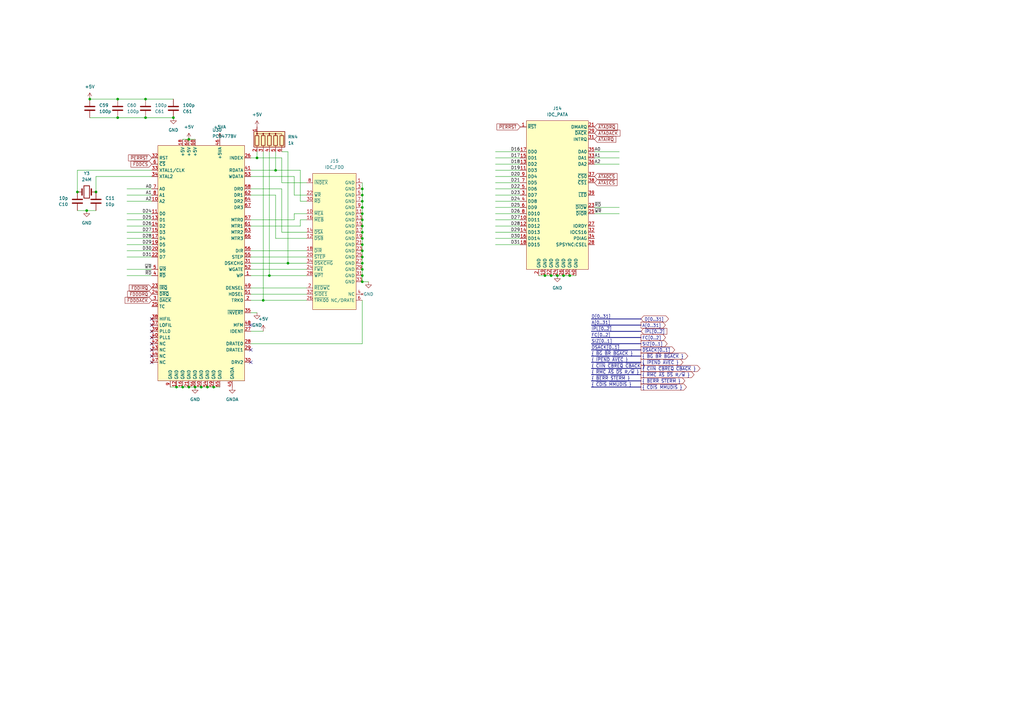
<source format=kicad_sch>
(kicad_sch (version 20230121) (generator eeschema)
  (paper "A3")
  (lib_symbols
    (symbol "Device:C" (pin_numbers hide) (pin_names (offset 0.254))
      (property "Reference" "C" (at 0.635 2.54 0))
      (property "Value" "C" (at 0.635 -2.54 0))
      (symbol "C_0_1"
        (polyline (pts (xy -2.032 -0.762) (xy 2.032 -0.762)) (stroke (width 0.508)))
        (polyline (pts (xy -2.032 0.762) (xy 2.032 0.762)) (stroke (width 0.508)))
      )
      (symbol "C_1_1"
        (pin passive line (at 0 3.81 270) (length 2.794) (name "~") (number "1"))
        (pin passive line (at 0 -3.81 90) (length 2.794) (name "~") (number "2"))
      )
    )
    (symbol "Device:Crystal" (pin_numbers hide) (pin_names (offset 1.016) hide)
      (property "Reference" "Y" (at 0 3.81 0))
      (property "Value" "Crystal" (at 0 -3.81 0))
      (symbol "Crystal_0_1"
        (rectangle (start -1.143 2.54) (end 1.143 -2.54) (stroke (width 0.3048)))
        (polyline (pts (xy -2.54 0) (xy -1.905 0)))
        (polyline (pts (xy -1.905 -1.27) (xy -1.905 1.27)) (stroke (width 0.508)))
        (polyline (pts (xy 1.905 -1.27) (xy 1.905 1.27)) (stroke (width 0.508)))
        (polyline (pts (xy 2.54 0) (xy 1.905 0)))
      )
      (symbol "Crystal_1_1"
        (pin passive line (at -3.81 0 0) (length 1.27) (name "1") (number "1"))
        (pin passive line (at 3.81 0 180) (length 1.27) (name "2") (number "2"))
      )
    )
    (symbol "Device:R_Network05" (pin_names (offset 0) hide)
      (property "Reference" "RN" (at -7.62 0 90))
      (property "Value" "R_Network05" (at 7.62 0 90))
      (symbol "R_Network05_0_1"
        (rectangle (start -6.35 -3.175) (end 6.35 3.175) (stroke (width 0.254)) (fill (type background)))
        (rectangle (start -5.842 1.524) (end -4.318 -2.54) (stroke (width 0.254)))
        (circle (center -5.08 2.286) (radius 0.254) (fill (type outline)))
        (rectangle (start -3.302 1.524) (end -1.778 -2.54) (stroke (width 0.254)))
        (circle (center -2.54 2.286) (radius 0.254) (fill (type outline)))
        (rectangle (start -0.762 1.524) (end 0.762 -2.54) (stroke (width 0.254)))
        (polyline (pts (xy -5.08 -2.54) (xy -5.08 -3.81)))
        (polyline (pts (xy -2.54 -2.54) (xy -2.54 -3.81)))
        (polyline (pts (xy 0 -2.54) (xy 0 -3.81)))
        (polyline (pts (xy 2.54 -2.54) (xy 2.54 -3.81)))
        (polyline (pts (xy 5.08 -2.54) (xy 5.08 -3.81)))
        (polyline (pts (xy -5.08 1.524) (xy -5.08 2.286) (xy -2.54 2.286) (xy -2.54 1.524)))
        (polyline (pts (xy -2.54 1.524) (xy -2.54 2.286) (xy 0 2.286) (xy 0 1.524)))
        (polyline (pts (xy 0 1.524) (xy 0 2.286) (xy 2.54 2.286) (xy 2.54 1.524)))
        (polyline (pts (xy 2.54 1.524) (xy 2.54 2.286) (xy 5.08 2.286) (xy 5.08 1.524)))
        (circle (center 0 2.286) (radius 0.254) (fill (type outline)))
        (rectangle (start 1.778 1.524) (end 3.302 -2.54) (stroke (width 0.254)))
        (circle (center 2.54 2.286) (radius 0.254) (fill (type outline)))
        (rectangle (start 4.318 1.524) (end 5.842 -2.54) (stroke (width 0.254)))
      )
      (symbol "R_Network05_1_1"
        (pin passive line (at -5.08 5.08 270) (length 2.54) (name "common") (number "1"))
        (pin passive line (at -5.08 -5.08 90) (length 1.27) (name "R1") (number "2"))
        (pin passive line (at -2.54 -5.08 90) (length 1.27) (name "R2") (number "3"))
        (pin passive line (at 0 -5.08 90) (length 1.27) (name "R3") (number "4"))
        (pin passive line (at 2.54 -5.08 90) (length 1.27) (name "R4") (number "5"))
        (pin passive line (at 5.08 -5.08 90) (length 1.27) (name "R5") (number "6"))
      )
    )
    (symbol "IDC_SpecialPurpose:IDC_FDD"
      (property "Reference" "J" (at 0 31.75 0))
      (property "Value" "IDC_FDD" (at 0 29.21 0))
      (symbol "IDC_FDD_1_1"
        (rectangle (start -8.89 27.94) (end 8.89 -27.94) (fill (type background)))
        (pin power_in line (at 11.43 24.13 180) (length 2.54) (name "GND") (number "1"))
        (pin input line (at -11.43 11.43 0) (length 2.54) (name "~{MEA}") (number "10"))
        (pin power_in line (at 11.43 11.43 180) (length 2.54) (name "GND") (number "11"))
        (pin input line (at -11.43 1.27 0) (length 2.54) (name "~{DSB}") (number "12"))
        (pin power_in line (at 11.43 8.89 180) (length 2.54) (name "GND") (number "13"))
        (pin input line (at -11.43 3.81 0) (length 2.54) (name "~{DSA}") (number "14"))
        (pin power_in line (at 11.43 6.35 180) (length 2.54) (name "GND") (number "15"))
        (pin input line (at -11.43 8.89 0) (length 2.54) (name "~{MEB}") (number "16"))
        (pin power_in line (at 11.43 3.81 180) (length 2.54) (name "GND") (number "17"))
        (pin input line (at -11.43 -3.81 0) (length 2.54) (name "~{DIR}") (number "18"))
        (pin power_in line (at 11.43 1.27 180) (length 2.54) (name "GND") (number "19"))
        (pin output line (at -11.43 -19.05 0) (length 2.54) (name "~{REDWC}") (number "2"))
        (pin input line (at -11.43 -6.35 0) (length 2.54) (name "~{STEP}") (number "20"))
        (pin power_in line (at 11.43 -1.27 180) (length 2.54) (name "GND") (number "21"))
        (pin input line (at -11.43 19.05 0) (length 2.54) (name "~{WR}") (number "22"))
        (pin power_in line (at 11.43 -3.81 180) (length 2.54) (name "GND") (number "23"))
        (pin input line (at -11.43 -11.43 0) (length 2.54) (name "~{FWE}") (number "24"))
        (pin power_in line (at 11.43 -6.35 180) (length 2.54) (name "GND") (number "25"))
        (pin output line (at -11.43 -24.13 0) (length 2.54) (name "~{TRK00}") (number "26"))
        (pin power_in line (at 11.43 -8.89 180) (length 2.54) (name "GND") (number "27"))
        (pin output line (at -11.43 -13.97 0) (length 2.54) (name "~{WPT}") (number "28"))
        (pin power_in line (at 11.43 -11.43 180) (length 2.54) (name "GND") (number "29"))
        (pin power_in line (at 11.43 21.59 180) (length 2.54) (name "GND") (number "3"))
        (pin output line (at -11.43 16.51 0) (length 2.54) (name "~{RD}") (number "30"))
        (pin power_in line (at 11.43 -13.97 180) (length 2.54) (name "GND") (number "31"))
        (pin input line (at -11.43 -21.59 0) (length 2.54) (name "~{SIDE1}") (number "32"))
        (pin power_in line (at 11.43 -16.51 180) (length 2.54) (name "GND") (number "33"))
        (pin output line (at -11.43 -8.89 0) (length 2.54) (name "~{DSKCHG}") (number "34"))
        (pin no_connect line (at 11.43 -21.59 180) (length 2.54) (name "NC") (number "4"))
        (pin power_in line (at 11.43 19.05 180) (length 2.54) (name "GND") (number "5"))
        (pin output line (at 11.43 -24.13 180) (length 2.54) (name "NC/DRATE") (number "6"))
        (pin power_in line (at 11.43 16.51 180) (length 2.54) (name "GND") (number "7"))
        (pin output line (at -11.43 24.13 0) (length 2.54) (name "~{INDEX}") (number "8"))
        (pin power_in line (at 11.43 13.97 180) (length 2.54) (name "GND") (number "9"))
      )
    )
    (symbol "IDC_SpecialPurpose:IDC_PATA"
      (property "Reference" "J" (at 0 31.75 0))
      (property "Value" "IDC_PATA" (at 0 0 0))
      (symbol "IDC_PATA_1_1"
        (rectangle (start -12.7 30.48) (end 12.7 -30.48) (fill (type background)))
        (pin bidirectional line (at -15.24 27.94 0) (length 2.54) (name "~{RST}") (number "1"))
        (pin bidirectional line (at -15.24 -10.16 0) (length 2.54) (name "DD11") (number "10"))
        (pin bidirectional line (at -15.24 10.16 0) (length 2.54) (name "DD3") (number "11"))
        (pin bidirectional line (at -15.24 -12.7 0) (length 2.54) (name "DD12") (number "12"))
        (pin bidirectional line (at -15.24 12.7 0) (length 2.54) (name "DD2") (number "13"))
        (pin bidirectional line (at -15.24 -15.24 0) (length 2.54) (name "DD13") (number "14"))
        (pin bidirectional line (at -15.24 15.24 0) (length 2.54) (name "DD1") (number "15"))
        (pin bidirectional line (at -15.24 -17.78 0) (length 2.54) (name "DD14") (number "16"))
        (pin bidirectional line (at -15.24 17.78 0) (length 2.54) (name "DD0") (number "17"))
        (pin bidirectional line (at -15.24 -20.32 0) (length 2.54) (name "DD15") (number "18"))
        (pin power_in line (at -5.08 -33.02 90) (length 2.54) (name "GND") (number "19"))
        (pin power_in line (at -7.62 -33.02 90) (length 2.54) (name "GND") (number "2"))
        (pin output line (at 15.24 27.94 180) (length 2.54) (name "DMARQ") (number "21"))
        (pin power_in line (at -2.54 -33.02 90) (length 2.54) (name "GND") (number "22"))
        (pin input line (at 15.24 -5.08 180) (length 2.54) (name "~{DIOW}") (number "23"))
        (pin power_in line (at 0 -33.02 90) (length 2.54) (name "GND") (number "24"))
        (pin input line (at 15.24 -7.62 180) (length 2.54) (name "~{DIOR}") (number "25"))
        (pin power_in line (at 2.54 -33.02 90) (length 2.54) (name "GND") (number "26"))
        (pin output line (at 15.24 -12.7 180) (length 2.54) (name "IORDY") (number "27"))
        (pin output line (at 15.24 -20.32 180) (length 2.54) (name "SPSYNC:CSEL") (number "28"))
        (pin output line (at 15.24 25.4 180) (length 2.54) (name "~{DACK}") (number "29"))
        (pin bidirectional line (at -15.24 0 0) (length 2.54) (name "DD7") (number "3"))
        (pin power_in line (at 5.08 -33.02 90) (length 2.54) (name "GND") (number "30"))
        (pin output line (at 15.24 22.86 180) (length 2.54) (name "INTRQ") (number "31"))
        (pin output line (at 15.24 -15.24 180) (length 2.54) (name "IOCS16") (number "32"))
        (pin input line (at 15.24 15.24 180) (length 2.54) (name "DA1") (number "33"))
        (pin output line (at 15.24 -17.78 180) (length 2.54) (name "PDIAG") (number "34"))
        (pin input line (at 15.24 17.78 180) (length 2.54) (name "DA0") (number "35"))
        (pin input line (at 15.24 12.7 180) (length 2.54) (name "DA2") (number "36"))
        (pin input line (at 15.24 7.62 180) (length 2.54) (name "~{CS0}") (number "37"))
        (pin input line (at 15.24 5.08 180) (length 2.54) (name "~{CS1}") (number "38"))
        (pin output line (at 15.24 0 180) (length 2.54) (name "~{LED}") (number "39"))
        (pin bidirectional line (at -15.24 -2.54 0) (length 2.54) (name "DD8") (number "4"))
        (pin power_in line (at 7.62 -33.02 90) (length 2.54) (name "GND") (number "40"))
        (pin bidirectional line (at -15.24 2.54 0) (length 2.54) (name "DD6") (number "5"))
        (pin bidirectional line (at -15.24 -5.08 0) (length 2.54) (name "DD9") (number "6"))
        (pin bidirectional line (at -15.24 5.08 0) (length 2.54) (name "DD5") (number "7"))
        (pin bidirectional line (at -15.24 -7.62 0) (length 2.54) (name "DD10") (number "8"))
        (pin bidirectional line (at -15.24 7.62 0) (length 2.54) (name "DD4") (number "9"))
      )
    )
    (symbol "PC8477BV:PC8477BV"
      (property "Reference" "U" (at -19.05 45.72 0))
      (property "Value" "PC8477BV" (at 0 -1.27 0))
      (symbol "PC8477BV_1_1"
        (rectangle (start -17.78 45.72) (end 17.78 -50.8) (fill (type background)))
        (pin input line (at 20.32 -7.62 180) (length 2.54) (name "WP") (number "1"))
        (pin input line (at -20.32 22.86 0) (length 2.54) (name "A2") (number "10"))
        (pin bidirectional line (at -20.32 17.78 0) (length 2.54) (name "D0") (number "11"))
        (pin power_in line (at -10.16 -53.34 90) (length 2.54) (name "GND") (number "12"))
        (pin bidirectional line (at -20.32 15.24 0) (length 2.54) (name "D1") (number "13"))
        (pin bidirectional line (at -20.32 12.7 0) (length 2.54) (name "D2") (number "14"))
        (pin bidirectional line (at -20.32 10.16 0) (length 2.54) (name "D3") (number "15"))
        (pin power_in line (at -7.62 -53.34 90) (length 2.54) (name "GND") (number "16"))
        (pin bidirectional line (at -20.32 7.62 0) (length 2.54) (name "D4") (number "17"))
        (pin power_in line (at -7.62 48.26 270) (length 2.54) (name "+5V") (number "18"))
        (pin bidirectional line (at -20.32 5.08 0) (length 2.54) (name "D5") (number "19"))
        (pin input line (at 20.32 -17.78 180) (length 2.54) (name "TRK0") (number "2"))
        (pin bidirectional line (at -20.32 2.54 0) (length 2.54) (name "D6") (number "20"))
        (pin power_in line (at -5.08 -53.34 90) (length 2.54) (name "GND") (number "21"))
        (pin bidirectional line (at -20.32 0 0) (length 2.54) (name "D7") (number "22"))
        (pin output line (at -20.32 -12.7 0) (length 2.54) (name "~{IRQ}") (number "23"))
        (pin output line (at -20.32 -15.24 0) (length 2.54) (name "~{DRQ}") (number "24"))
        (pin input line (at -20.32 -20.32 0) (length 2.54) (name "TC") (number "25"))
        (pin input line (at 20.32 40.64 180) (length 2.54) (name "INDEX") (number "26"))
        (pin input line (at 20.32 -30.48 180) (length 2.54) (name "IDENT") (number "27"))
        (pin output line (at 20.32 -35.56 180) (length 2.54) (name "DRATE0") (number "28"))
        (pin output line (at 20.32 -38.1 180) (length 2.54) (name "DRATE1") (number "29"))
        (pin input line (at -20.32 -17.78 0) (length 2.54) (name "~{DACK}") (number "3"))
        (pin input line (at 20.32 -43.18 180) (length 2.54) (name "DRV2") (number "30"))
        (pin input line (at 20.32 -2.54 180) (length 2.54) (name "DSKCHG") (number "31"))
        (pin input line (at -20.32 40.64 0) (length 2.54) (name "RST") (number "32"))
        (pin input line (at -20.32 35.56 0) (length 2.54) (name "XTAL1/CLK") (number "33"))
        (pin input line (at -20.32 33.02 0) (length 2.54) (name "XTAL2") (number "34"))
        (pin input line (at 20.32 -22.86 180) (length 2.54) (name "~{INVERT}") (number "35"))
        (pin power_in line (at -2.54 -53.34 90) (length 2.54) (name "GND") (number "36"))
        (pin no_connect line (at -20.32 -27.94 0) (length 2.54) (name "LOFIL") (number "37"))
        (pin no_connect line (at -20.32 -25.4 0) (length 2.54) (name "HIFIL") (number "38"))
        (pin no_connect line (at -20.32 -30.48 0) (length 2.54) (name "PLL0") (number "39"))
        (pin input line (at -20.32 -7.62 0) (length 2.54) (name "~{RD}") (number "4"))
        (pin no_connect line (at -20.32 -33.02 0) (length 2.54) (name "PLL1") (number "40"))
        (pin input line (at 20.32 35.56 180) (length 2.54) (name "RDATA") (number "41"))
        (pin no_connect line (at -20.32 -35.56 0) (length 2.54) (name "NC") (number "42"))
        (pin no_connect line (at -20.32 -38.1 0) (length 2.54) (name "NC") (number "43"))
        (pin no_connect line (at -20.32 -40.64 0) (length 2.54) (name "NC") (number "44"))
        (pin power_in line (at 12.7 -53.34 90) (length 2.54) (name "GNDA") (number "45"))
        (pin power_in line (at 7.62 48.26 270) (length 2.54) (name "+5VA") (number "46"))
        (pin no_connect line (at -20.32 -43.18 0) (length 2.54) (name "NC") (number "47"))
        (pin bidirectional line (at 20.32 -27.94 180) (length 2.54) (name "MFM") (number "48"))
        (pin output line (at 20.32 -12.7 180) (length 2.54) (name "DENSEL") (number "49"))
        (pin input line (at -20.32 -5.08 0) (length 2.54) (name "~{WR}") (number "5"))
        (pin power_in line (at 0 -53.34 90) (length 2.54) (name "GND") (number "50"))
        (pin input line (at 20.32 -15.24 180) (length 2.54) (name "HDSEL") (number "51"))
        (pin output line (at 20.32 -5.08 180) (length 2.54) (name "WGATE") (number "52"))
        (pin output line (at 20.32 33.02 180) (length 2.54) (name "WDATA") (number "53"))
        (pin power_in line (at 2.54 -53.34 90) (length 2.54) (name "GND") (number "54"))
        (pin output line (at 20.32 0 180) (length 2.54) (name "STEP") (number "55"))
        (pin output line (at 20.32 2.54 180) (length 2.54) (name "DIR") (number "56"))
        (pin output line (at 20.32 15.24 180) (length 2.54) (name "MTR0") (number "57"))
        (pin output line (at 20.32 27.94 180) (length 2.54) (name "DR0") (number "58"))
        (pin power_in line (at 5.08 -53.34 90) (length 2.54) (name "GND") (number "59"))
        (pin input line (at -20.32 38.1 0) (length 2.54) (name "~{CS}") (number "6"))
        (pin power_in line (at -5.08 48.26 270) (length 2.54) (name "+5V") (number "60"))
        (pin output line (at 20.32 12.7 180) (length 2.54) (name "MTR1") (number "61"))
        (pin output line (at 20.32 25.4 180) (length 2.54) (name "DR1") (number "62"))
        (pin output line (at 20.32 10.16 180) (length 2.54) (name "MTR2") (number "63"))
        (pin output line (at 20.32 22.86 180) (length 2.54) (name "DR2") (number "64"))
        (pin power_in line (at 7.62 -53.34 90) (length 2.54) (name "GND") (number "65"))
        (pin output line (at 20.32 7.62 180) (length 2.54) (name "MTR3") (number "66"))
        (pin output line (at 20.32 20.32 180) (length 2.54) (name "DR3") (number "67"))
        (pin power_in line (at -2.54 48.26 270) (length 2.54) (name "+5V") (number "68"))
        (pin input line (at -20.32 27.94 0) (length 2.54) (name "A0") (number "7"))
        (pin input line (at -20.32 25.4 0) (length 2.54) (name "A1") (number "8"))
        (pin power_in line (at -12.7 -53.34 90) (length 2.54) (name "GND") (number "9"))
      )
    )
    (symbol "power:+5V" (power) (pin_names (offset 0))
      (property "Value" "+5V" (at 0 3.556 0))
      (symbol "+5V_0_1"
        (polyline (pts (xy -0.762 1.27) (xy 0 2.54)))
        (polyline (pts (xy 0 0) (xy 0 2.54)))
        (polyline (pts (xy 0 2.54) (xy 0.762 1.27)))
      )
      (symbol "+5V_1_1"
        (pin power_in line (at 0 0 90) (length 0) hide (name "+5V") (number "1"))
      )
    )
    (symbol "power:+5VA" (power) (pin_names (offset 0))
      (property "Value" "+5VA" (at 0 3.556 0))
      (symbol "+5VA_0_1"
        (polyline (pts (xy -0.762 1.27) (xy 0 2.54)))
        (polyline (pts (xy 0 0) (xy 0 2.54)))
        (polyline (pts (xy 0 2.54) (xy 0.762 1.27)))
      )
      (symbol "+5VA_1_1"
        (pin power_in line (at 0 0 90) (length 0) hide (name "+5VA") (number "1"))
      )
    )
    (symbol "power:GND" (power) (pin_names (offset 0))
      (property "Value" "GND" (at 0 -3.81 0))
      (symbol "GND_0_1"
        (polyline (pts (xy 0 0) (xy 0 -1.27) (xy 1.27 -1.27) (xy 0 -2.54) (xy -1.27 -1.27) (xy 0 -1.27)))
      )
      (symbol "GND_1_1"
        (pin power_in line (at 0 0 270) (length 0) hide (name "GND") (number "1"))
      )
    )
    (symbol "power:GNDA" (power) (pin_names (offset 0))
      (property "Value" "GNDA" (at 0 -3.81 0))
      (symbol "GNDA_0_1"
        (polyline (pts (xy 0 0) (xy 0 -1.27) (xy 1.27 -1.27) (xy 0 -2.54) (xy -1.27 -1.27) (xy 0 -1.27)))
      )
      (symbol "GNDA_1_1"
        (pin power_in line (at 0 0 270) (length 0) hide (name "GNDA") (number "1"))
      )
    )
  )
  (junction (at 148.59 113.03))
  (junction (at 59.69 48.26))
  (junction (at 48.26 40.64))
  (junction (at 72.39 158.75))
  (junction (at 80.01 158.75))
  (junction (at 110.49 113.03))
  (junction (at 36.83 40.64))
  (junction (at 233.68 113.03))
  (junction (at 74.93 158.75))
  (junction (at 148.59 110.49))
  (junction (at 148.59 85.09))
  (junction (at 77.47 57.15))
  (junction (at 39.37 78.74))
  (junction (at 148.59 107.95))
  (junction (at 71.12 48.26))
  (junction (at 226.06 113.03))
  (junction (at 148.59 102.87))
  (junction (at 231.14 113.03))
  (junction (at 48.26 48.26))
  (junction (at 148.59 97.79))
  (junction (at 148.59 80.01))
  (junction (at 223.52 113.03))
  (junction (at 148.59 92.71))
  (junction (at 77.47 158.75))
  (junction (at 148.59 82.55))
  (junction (at 35.56 86.36))
  (junction (at 148.59 100.33))
  (junction (at 148.59 95.25))
  (junction (at 148.59 115.57))
  (junction (at 31.75 78.74))
  (junction (at 228.6 113.03))
  (junction (at 59.69 40.64))
  (junction (at 87.63 158.75))
  (junction (at 105.41 64.77))
  (junction (at 107.95 123.19))
  (junction (at 82.55 158.75))
  (junction (at 118.11 107.95))
  (junction (at 113.03 69.85))
  (junction (at 148.59 77.47))
  (junction (at 85.09 158.75))
  (junction (at 148.59 105.41))
  (junction (at 148.59 90.17))
  (junction (at 148.59 87.63))
  (no_connect (at 62.23 140.97))
  (no_connect (at 62.23 130.81))
  (no_connect (at 102.87 148.59))
  (no_connect (at 62.23 146.05))
  (no_connect (at 62.23 138.43))
  (no_connect (at 62.23 148.59))
  (no_connect (at 102.87 133.35))
  (no_connect (at 62.23 133.35))
  (no_connect (at 62.23 143.51))
  (no_connect (at 62.23 135.89))
  (no_connect (at 102.87 143.51))
  (wire (pts (xy 203.2 67.31) (xy 213.36 67.31)))
  (wire (pts (xy 52.07 92.71) (xy 62.23 92.71)))
  (wire (pts (xy 223.52 113.03) (xy 226.06 113.03)))
  (wire (pts (xy 77.47 57.15) (xy 80.01 57.15)))
  (wire (pts (xy 203.2 90.17) (xy 213.36 90.17)))
  (wire (pts (xy 105.41 62.23) (xy 105.41 64.77)))
  (wire (pts (xy 120.65 90.17) (xy 120.65 87.63)))
  (wire (pts (xy 115.57 95.25) (xy 125.73 95.25)))
  (bus (pts (xy 242.57 135.89) (xy 262.89 135.89)))
  (wire (pts (xy 148.59 105.41) (xy 148.59 107.95)))
  (wire (pts (xy 148.59 113.03) (xy 148.59 115.57)))
  (wire (pts (xy 48.26 48.26) (xy 36.83 48.26)))
  (wire (pts (xy 102.87 77.47) (xy 115.57 77.47)))
  (wire (pts (xy 102.87 107.95) (xy 118.11 107.95)))
  (wire (pts (xy 148.59 95.25) (xy 148.59 97.79)))
  (wire (pts (xy 123.19 69.85) (xy 123.19 82.55)))
  (wire (pts (xy 107.95 62.23) (xy 107.95 123.19)))
  (wire (pts (xy 148.59 85.09) (xy 148.59 87.63)))
  (wire (pts (xy 62.23 69.85) (xy 31.75 69.85)))
  (wire (pts (xy 102.87 118.11) (xy 125.73 118.11)))
  (wire (pts (xy 52.07 113.03) (xy 62.23 113.03)))
  (wire (pts (xy 120.65 87.63) (xy 125.73 87.63)))
  (bus (pts (xy 242.57 158.75) (xy 262.89 158.75)))
  (wire (pts (xy 82.55 158.75) (xy 85.09 158.75)))
  (wire (pts (xy 115.57 64.77) (xy 115.57 74.93)))
  (wire (pts (xy 102.87 110.49) (xy 125.73 110.49)))
  (wire (pts (xy 115.57 62.23) (xy 118.11 62.23)))
  (bus (pts (xy 242.57 146.05) (xy 262.89 146.05)))
  (wire (pts (xy 52.07 80.01) (xy 62.23 80.01)))
  (wire (pts (xy 203.2 100.33) (xy 213.36 100.33)))
  (wire (pts (xy 31.75 69.85) (xy 31.75 78.74)))
  (wire (pts (xy 102.87 113.03) (xy 110.49 113.03)))
  (wire (pts (xy 254 64.77) (xy 243.84 64.77)))
  (wire (pts (xy 203.2 80.01) (xy 213.36 80.01)))
  (wire (pts (xy 39.37 72.39) (xy 62.23 72.39)))
  (wire (pts (xy 123.19 90.17) (xy 125.73 90.17)))
  (wire (pts (xy 102.87 80.01) (xy 113.03 80.01)))
  (wire (pts (xy 254 85.09) (xy 243.84 85.09)))
  (wire (pts (xy 52.07 87.63) (xy 62.23 87.63)))
  (wire (pts (xy 148.59 107.95) (xy 148.59 110.49)))
  (wire (pts (xy 102.87 90.17) (xy 120.65 90.17)))
  (bus (pts (xy 242.57 138.43) (xy 262.89 138.43)))
  (wire (pts (xy 102.87 123.19) (xy 107.95 123.19)))
  (wire (pts (xy 254 67.31) (xy 243.84 67.31)))
  (wire (pts (xy 203.2 74.93) (xy 213.36 74.93)))
  (wire (pts (xy 102.87 135.89) (xy 107.95 135.89)))
  (wire (pts (xy 148.59 80.01) (xy 148.59 82.55)))
  (wire (pts (xy 85.09 158.75) (xy 87.63 158.75)))
  (wire (pts (xy 120.65 72.39) (xy 120.65 80.01)))
  (wire (pts (xy 105.41 128.27) (xy 102.87 128.27)))
  (wire (pts (xy 123.19 92.71) (xy 123.19 90.17)))
  (wire (pts (xy 52.07 110.49) (xy 62.23 110.49)))
  (wire (pts (xy 203.2 62.23) (xy 213.36 62.23)))
  (wire (pts (xy 148.59 87.63) (xy 148.59 90.17)))
  (wire (pts (xy 105.41 64.77) (xy 115.57 64.77)))
  (wire (pts (xy 52.07 90.17) (xy 62.23 90.17)))
  (wire (pts (xy 74.93 57.15) (xy 77.47 57.15)))
  (wire (pts (xy 123.19 82.55) (xy 125.73 82.55)))
  (wire (pts (xy 203.2 82.55) (xy 213.36 82.55)))
  (wire (pts (xy 228.6 113.03) (xy 231.14 113.03)))
  (wire (pts (xy 148.59 97.79) (xy 148.59 100.33)))
  (wire (pts (xy 102.87 102.87) (xy 125.73 102.87)))
  (wire (pts (xy 231.14 113.03) (xy 233.68 113.03)))
  (wire (pts (xy 72.39 158.75) (xy 74.93 158.75)))
  (wire (pts (xy 148.59 102.87) (xy 148.59 105.41)))
  (wire (pts (xy 203.2 77.47) (xy 213.36 77.47)))
  (wire (pts (xy 110.49 113.03) (xy 125.73 113.03)))
  (wire (pts (xy 148.59 77.47) (xy 148.59 80.01)))
  (wire (pts (xy 113.03 62.23) (xy 113.03 69.85)))
  (wire (pts (xy 115.57 74.93) (xy 125.73 74.93)))
  (bus (pts (xy 242.57 143.51) (xy 262.89 143.51)))
  (wire (pts (xy 226.06 113.03) (xy 228.6 113.03)))
  (wire (pts (xy 48.26 40.64) (xy 59.69 40.64)))
  (wire (pts (xy 87.63 158.75) (xy 90.17 158.75)))
  (wire (pts (xy 69.85 158.75) (xy 72.39 158.75)))
  (wire (pts (xy 59.69 48.26) (xy 71.12 48.26)))
  (wire (pts (xy 102.87 105.41) (xy 125.73 105.41)))
  (wire (pts (xy 233.68 113.03) (xy 236.22 113.03)))
  (bus (pts (xy 242.57 151.13) (xy 262.89 151.13)))
  (wire (pts (xy 148.59 74.93) (xy 148.59 77.47)))
  (wire (pts (xy 148.59 110.49) (xy 148.59 113.03)))
  (wire (pts (xy 102.87 72.39) (xy 120.65 72.39)))
  (wire (pts (xy 74.93 158.75) (xy 77.47 158.75)))
  (bus (pts (xy 242.57 156.21) (xy 262.89 156.21)))
  (wire (pts (xy 203.2 92.71) (xy 213.36 92.71)))
  (wire (pts (xy 59.69 40.64) (xy 71.12 40.64)))
  (wire (pts (xy 36.83 40.64) (xy 48.26 40.64)))
  (wire (pts (xy 220.98 113.03) (xy 223.52 113.03)))
  (wire (pts (xy 80.01 158.75) (xy 82.55 158.75)))
  (wire (pts (xy 31.75 86.36) (xy 35.56 86.36)))
  (bus (pts (xy 242.57 148.59) (xy 262.89 148.59)))
  (wire (pts (xy 203.2 64.77) (xy 213.36 64.77)))
  (wire (pts (xy 107.95 123.19) (xy 125.73 123.19)))
  (wire (pts (xy 254 87.63) (xy 243.84 87.63)))
  (wire (pts (xy 102.87 64.77) (xy 105.41 64.77)))
  (wire (pts (xy 102.87 69.85) (xy 113.03 69.85)))
  (wire (pts (xy 118.11 107.95) (xy 125.73 107.95)))
  (wire (pts (xy 203.2 69.85) (xy 213.36 69.85)))
  (wire (pts (xy 102.87 92.71) (xy 123.19 92.71)))
  (wire (pts (xy 148.59 115.57) (xy 151.13 115.57)))
  (wire (pts (xy 102.87 120.65) (xy 125.73 120.65)))
  (wire (pts (xy 203.2 95.25) (xy 213.36 95.25)))
  (wire (pts (xy 120.65 80.01) (xy 125.73 80.01)))
  (wire (pts (xy 52.07 100.33) (xy 62.23 100.33)))
  (wire (pts (xy 110.49 62.23) (xy 110.49 113.03)))
  (wire (pts (xy 203.2 87.63) (xy 213.36 87.63)))
  (wire (pts (xy 148.59 92.71) (xy 148.59 95.25)))
  (wire (pts (xy 35.56 86.36) (xy 39.37 86.36)))
  (wire (pts (xy 148.59 82.55) (xy 148.59 85.09)))
  (wire (pts (xy 102.87 140.97) (xy 148.59 140.97)))
  (wire (pts (xy 203.2 85.09) (xy 213.36 85.09)))
  (wire (pts (xy 115.57 77.47) (xy 115.57 95.25)))
  (wire (pts (xy 39.37 72.39) (xy 39.37 78.74)))
  (wire (pts (xy 52.07 77.47) (xy 62.23 77.47)))
  (wire (pts (xy 203.2 72.39) (xy 213.36 72.39)))
  (wire (pts (xy 118.11 62.23) (xy 118.11 107.95)))
  (bus (pts (xy 242.57 133.35) (xy 262.89 133.35)))
  (wire (pts (xy 77.47 158.75) (xy 80.01 158.75)))
  (wire (pts (xy 148.59 140.97) (xy 148.59 123.19)))
  (wire (pts (xy 113.03 69.85) (xy 123.19 69.85)))
  (bus (pts (xy 242.57 153.67) (xy 262.89 153.67)))
  (wire (pts (xy 52.07 105.41) (xy 62.23 105.41)))
  (bus (pts (xy 242.57 130.81) (xy 262.89 130.81)))
  (wire (pts (xy 113.03 97.79) (xy 125.73 97.79)))
  (wire (pts (xy 52.07 82.55) (xy 62.23 82.55)))
  (wire (pts (xy 52.07 95.25) (xy 62.23 95.25)))
  (wire (pts (xy 52.07 97.79) (xy 62.23 97.79)))
  (wire (pts (xy 52.07 102.87) (xy 62.23 102.87)))
  (wire (pts (xy 203.2 97.79) (xy 213.36 97.79)))
  (wire (pts (xy 113.03 80.01) (xy 113.03 97.79)))
  (wire (pts (xy 59.69 48.26) (xy 48.26 48.26)))
  (wire (pts (xy 254 62.23) (xy 243.84 62.23)))
  (bus (pts (xy 242.57 140.97) (xy 262.89 140.97)))
  (wire (pts (xy 148.59 90.17) (xy 148.59 92.71)))
  (wire (pts (xy 148.59 100.33) (xy 148.59 102.87)))
  (label "D25" (at 213.36 85.09 180))
  (label "~{RD}" (at 243.84 85.09 0))
  (label "D20" (at 213.36 72.39 180))
  (label "{ ~{CDIS} ~{MMUDIS} }" (at 242.57 158.75 0))
  (label "~{RD}" (at 62.23 113.03 180))
  (label "D21" (at 213.36 74.93 180))
  (label "D18" (at 213.36 67.31 180))
  (label "A1" (at 243.84 64.77 0))
  (label "A0" (at 62.23 77.47 180))
  (label "D28" (at 62.23 97.79 180))
  (label "D24" (at 62.23 87.63 180))
  (label "D23" (at 213.36 80.01 180))
  (label "{ ~{CIIN} ~{CBREQ} ~{CBACK} }" (at 242.57 151.13 0))
  (label "A2" (at 243.84 67.31 0))
  (label "{ ~{BERR} ~{STERM} }" (at 242.57 156.21 0))
  (label "D17" (at 213.36 64.77 180))
  (label "~{DSACK[0..1]}" (at 242.57 143.51 0))
  (label "D22" (at 213.36 77.47 180))
  (label "{ ~{IPEND} ~{AVEC} }" (at 242.57 148.59 0))
  (label "FC[0..2]" (at 242.57 138.43 0))
  (label "A0" (at 243.84 62.23 0))
  (label "D[0..31]" (at 242.57 130.81 0))
  (label "D24" (at 213.36 82.55 180))
  (label "~{WR}" (at 243.84 87.63 0))
  (label "A1" (at 62.23 80.01 180))
  (label "D27" (at 213.36 90.17 180))
  (label "D28" (at 213.36 92.71 180))
  (label "{ ~{RMC} ~{AS} ~{DS} R{slash}~{W} }" (at 242.57 153.67 0))
  (label "D25" (at 62.23 90.17 180))
  (label "~{IPL[0..2]}" (at 242.57 135.89 0))
  (label "D31" (at 213.36 100.33 180))
  (label "A2" (at 62.23 82.55 180))
  (label "D19" (at 213.36 69.85 180))
  (label "D27" (at 62.23 95.25 180))
  (label "D30" (at 62.23 102.87 180))
  (label "~{WR}" (at 62.23 110.49 180))
  (label "D16" (at 213.36 62.23 180))
  (label "{ ~{BG} ~{BR} ~{BGACK} }" (at 242.57 146.05 0))
  (label "A[0..31]" (at 242.57 133.35 0))
  (label "D31" (at 62.23 105.41 180))
  (label "D29" (at 213.36 95.25 180))
  (label "SIZ[0..1]" (at 242.57 140.97 0))
  (label "D26" (at 62.23 92.71 180))
  (label "D30" (at 213.36 97.79 180))
  (label "D26" (at 213.36 87.63 180))
  (label "D29" (at 62.23 100.33 180))
  (global_label "A[0..31]" (shape output) (at 262.89 133.35 0) (property "Intersheetrefs" "${INTERSHEET_REFS}" (effects hide)))
  (global_label "~{IPL[0..2]}" (shape input) (at 262.89 135.89 0) (property "Intersheetrefs" "${INTERSHEET_REFS}" (effects hide)))
  (global_label "~{PERRST}" (shape input) (at 62.23 64.77 180) (property "Intersheetrefs" "${INTERSHEET_REFS}" (effects hide)))
  (global_label "~{ATA1CS}" (shape input) (at 243.84 74.93 0) (property "Intersheetrefs" "${INTERSHEET_REFS}" (effects hide)))
  (global_label "{ ~{RMC} ~{AS} ~{DS} R{slash}~{W} }" (shape output) (at 262.89 153.67 0) (property "Intersheetrefs" "${INTERSHEET_REFS}" (effects hide)))
  (global_label "~{FDDDRQ}" (shape input) (at 62.23 120.65 180) (property "Intersheetrefs" "${INTERSHEET_REFS}" (effects hide)))
  (global_label "{ ~{BG} ~{BR} ~{BGACK} }" (shape output) (at 262.89 146.05 0) (property "Intersheetrefs" "${INTERSHEET_REFS}" (effects hide)))
  (global_label "SIZ[0..1]" (shape output) (at 262.89 140.97 0) (property "Intersheetrefs" "${INTERSHEET_REFS}" (effects hide)))
  (global_label "~{FDDIRQ}" (shape input) (at 62.23 118.11 180) (property "Intersheetrefs" "${INTERSHEET_REFS}" (effects hide)))
  (global_label "~{DSACK[0..1]}" (shape output) (at 262.89 143.51 0) (property "Intersheetrefs" "${INTERSHEET_REFS}" (effects hide)))
  (global_label "~{FDDCS}" (shape input) (at 62.23 67.31 180) (property "Intersheetrefs" "${INTERSHEET_REFS}" (effects hide)))
  (global_label "~{ATA0CS}" (shape input) (at 243.84 72.39 0) (property "Intersheetrefs" "${INTERSHEET_REFS}" (effects hide)))
  (global_label "{ ~{BERR} ~{STERM} }" (shape output) (at 262.89 156.21 0) (property "Intersheetrefs" "${INTERSHEET_REFS}" (effects hide)))
  (global_label "~{FDDDACK}" (shape input) (at 62.23 123.19 180) (property "Intersheetrefs" "${INTERSHEET_REFS}" (effects hide)))
  (global_label "~{PERRST}" (shape input) (at 213.36 52.07 180) (property "Intersheetrefs" "${INTERSHEET_REFS}" (effects hide)))
  (global_label "{ ~{CIIN} ~{CBREQ} ~{CBACK} }" (shape output) (at 262.89 151.13 0) (property "Intersheetrefs" "${INTERSHEET_REFS}" (effects hide)))
  (global_label "~{ATADACK}" (shape input) (at 243.84 54.61 0) (property "Intersheetrefs" "${INTERSHEET_REFS}" (effects hide)))
  (global_label "FC[0..2]" (shape output) (at 262.89 138.43 0) (property "Intersheetrefs" "${INTERSHEET_REFS}" (effects hide)))
  (global_label "{ ~{CDIS} ~{MMUDIS} }" (shape output) (at 262.89 158.75 0) (property "Intersheetrefs" "${INTERSHEET_REFS}" (effects hide)))
  (global_label "~{ATADRQ}" (shape input) (at 243.84 52.07 0) (property "Intersheetrefs" "${INTERSHEET_REFS}" (effects hide)))
  (global_label "~{ATAIRQ}" (shape input) (at 243.84 57.15 0) (property "Intersheetrefs" "${INTERSHEET_REFS}" (effects hide)))
  (global_label "D[0..31]" (shape bidirectional) (at 262.89 130.81 0) (property "Intersheetrefs" "${INTERSHEET_REFS}" (effects hide)))
  (global_label "{ ~{IPEND} ~{AVEC} }" (shape output) (at 262.89 148.59 0) (property "Intersheetrefs" "${INTERSHEET_REFS}" (effects hide)))
  (symbol (lib_id "Device:Crystal") (at 35.56 78.74 0) (unit 1)
    (property "Reference" "Y3" (at 35.56 71.12 0))
    (property "Value" "24M" (at 35.56 73.66 0))
    (property "Footprint" "Crystal:Crystal_HC52-6mm_Vertical" (effects hide))
    (instances (project "m68k-hbc" (path "" (reference "Y3") (unit 1)) (path "" (reference "Y4") (unit 1))))
  )
  (symbol (lib_id "power:GND") (at 151.13 115.57 0) (unit 1)
    (property "Reference" "#PWR0104" (effects hide))
    (property "Value" "GND" (at 151.13 120.65 0))
    (instances (project "m68k-hbc" (path "" (reference "#PWR0104") (unit 1)) (path "" (reference "#PWR0177") (unit 1))))
  )
  (symbol (lib_id "power:GND") (at 228.6 113.03 0) (unit 1)
    (property "Reference" "#PWR0109" (effects hide))
    (property "Value" "GND" (at 228.6 118.11 0))
    (instances (project "m68k-hbc" (path "" (reference "#PWR0109") (unit 1)) (path "" (reference "#PWR0176") (unit 1))))
  )
  (symbol (lib_id "Device:C") (at 31.75 82.55 0) (mirror x) (unit 1)
    (property "Reference" "C10" (at 27.94 83.82 0) (effects (justify right)))
    (property "Value" "10p" (at 27.94 81.28 0) (effects (justify right)))
    (property "Footprint" "Capacitor_SMD:C_1206_3216Metric_Pad1.33x1.80mm_HandSolder" (effects hide))
    (instances (project "m68k-hbc" (path "" (reference "C10") (unit 1)) (path "" (reference "C51") (unit 1))))
  )
  (symbol (lib_id "PC8477BV:PC8477BV") (at 82.55 105.41 0) (unit 1)
    (property "Reference" "U30" (at 87.0459 53.34 0) (effects (justify left)))
    (property "Value" "PC8477BV" (at 87.0459 55.88 0) (effects (justify left)))
    (property "Footprint" "Package_LCC:PLCC-68_THT-Socket" (effects hide))
    (property "Datasheet" "https://retrocmp.de/compati/8477B_h.pdf" (effects hide))
    (instances (project "m68k-hbc" (path "" (reference "U30") (unit 1)) (path "" (reference "U22") (unit 1))))
  )
  (symbol (lib_id "IDC_SpecialPurpose:IDC_PATA") (at 228.6 80.01 0) (unit 1)
    (property "Reference" "J14" (at 228.6 44.45 0))
    (property "Value" "IDC_PATA" (at 228.6 46.99 0))
    (property "Footprint" "Connector_IDC:IDC-Header_2x20_P2.54mm_Vertical" (effects hide))
    (instances (project "m68k-hbc" (path "" (reference "J14") (unit 1)) (path "" (reference "J13") (unit 1))))
  )
  (symbol (lib_id "Device:R_Network05") (at 110.49 57.15 0) (unit 1)
    (property "Reference" "RN4" (at 118.11 56.134 0) (effects (justify left)))
    (property "Value" "1k" (at 118.11 58.674 0) (effects (justify left)))
    (property "Footprint" "Resistor_THT:R_Array_SIP6" (effects hide))
    (property "Datasheet" "http://www.vishay.com/docs/31509/csc.pdf" (effects hide))
    (instances (project "m68k-hbc" (path "" (reference "RN4") (unit 1)) (path "" (reference "RN7") (unit 1))))
  )
  (symbol (lib_id "Device:C") (at 39.37 82.55 180) (unit 1)
    (property "Reference" "C11" (at 43.18 81.28 0) (effects (justify right)))
    (property "Value" "10p" (at 43.18 83.82 0) (effects (justify right)))
    (property "Footprint" "Capacitor_SMD:C_1206_3216Metric_Pad1.33x1.80mm_HandSolder" (effects hide))
    (instances (project "m68k-hbc" (path "" (reference "C11") (unit 1)) (path "" (reference "C52") (unit 1))))
  )
  (symbol (lib_id "power:+5V") (at 107.95 135.89 0) (unit 1)
    (property "Reference" "#PWR0116" (effects hide))
    (property "Value" "+5V" (at 107.95 130.81 0))
    (instances (project "m68k-hbc" (path "" (reference "#PWR0116") (unit 1)) (path "" (reference "#PWR0179") (unit 1))))
  )
  (symbol (lib_id "IDC_SpecialPurpose:IDC_FDD") (at 137.16 99.06 0) (unit 1)
    (property "Reference" "J15" (at 137.16 66.04 0))
    (property "Value" "IDC_FDD" (at 137.16 68.58 0))
    (property "Footprint" "Connector_IDC:IDC-Header_2x17_P2.54mm_Vertical" (effects hide))
    (instances (project "m68k-hbc" (path "" (reference "J15") (unit 1)) (path "" (reference "J14") (unit 1))))
  )
  (symbol (lib_id "Device:C") (at 59.69 44.45 0) (mirror x) (unit 1)
    (property "Reference" "C61" (at 63.5 45.72 0) (effects (justify left)))
    (property "Value" "100p" (at 63.5 43.18 0) (effects (justify left)))
    (property "Footprint" "Capacitor_SMD:C_1206_3216Metric_Pad1.33x1.80mm_HandSolder" (effects hide))
    (instances (project "m68k-hbc" (path "" (reference "C61") (unit 1)) (path "" (reference "C40") (unit 1)) (path "" (reference "C49") (unit 1))))
  )
  (symbol (lib_id "power:GND") (at 35.56 86.36 0) (unit 1)
    (property "Reference" "#PWR098" (effects hide))
    (property "Value" "GND" (at 35.56 91.44 0))
    (instances (project "m68k-hbc" (path "" (reference "#PWR098") (unit 1)) (path "" (reference "#PWR0175") (unit 1))))
  )
  (symbol (lib_id "power:+5V") (at 36.83 40.64 0) (unit 1)
    (property "Reference" "#PWR0218" (effects hide))
    (property "Value" "+5V" (at 36.83 35.56 0))
    (instances (project "m68k-hbc" (path "" (reference "#PWR0218") (unit 1)) (path "" (reference "#PWR0206") (unit 1)) (path "" (reference "#PWR0170") (unit 1))))
  )
  (symbol (lib_id "Device:C") (at 48.26 44.45 0) (unit 1)
    (property "Reference" "C60" (at 52.07 43.18 0) (effects (justify left)))
    (property "Value" "100p" (at 52.07 45.72 0) (effects (justify left)))
    (property "Footprint" "Capacitor_SMD:C_1206_3216Metric_Pad1.33x1.80mm_HandSolder" (effects hide))
    (instances (project "m68k-hbc" (path "" (reference "C60") (unit 1)) (path "" (reference "C39") (unit 1)) (path "" (reference "C48") (unit 1))))
  )
  (symbol (lib_id "power:GND") (at 71.12 48.26 0) (unit 1)
    (property "Reference" "#PWR0219" (effects hide))
    (property "Value" "GND" (at 71.12 53.34 0))
    (instances (project "m68k-hbc" (path "" (reference "#PWR0219") (unit 1)) (path "" (reference "#PWR0207") (unit 1)) (path "" (reference "#PWR0171") (unit 1))))
  )
  (symbol (lib_id "Device:C") (at 71.12 44.45 0) (mirror x) (unit 1)
    (property "Reference" "C61" (at 74.93 45.72 0) (effects (justify left)))
    (property "Value" "100p" (at 74.93 43.18 0) (effects (justify left)))
    (property "Footprint" "Capacitor_SMD:C_1206_3216Metric_Pad1.33x1.80mm_HandSolder" (effects hide))
    (instances (project "m68k-hbc" (path "" (reference "C61") (unit 1)) (path "" (reference "C40") (unit 1)) (path "" (reference "C50") (unit 1))))
  )
  (symbol (lib_id "power:+5V") (at 77.47 57.15 0) (unit 1)
    (property "Reference" "#PWR096" (effects hide))
    (property "Value" "+5V" (at 77.47 52.07 0))
    (instances (project "m68k-hbc" (path "" (reference "#PWR096") (unit 1)) (path "" (reference "#PWR0173") (unit 1))))
  )
  (symbol (lib_id "power:GND") (at 80.01 158.75 0) (unit 1)
    (property "Reference" "#PWR0122" (effects hide))
    (property "Value" "GND" (at 80.01 163.83 0))
    (instances (project "m68k-hbc" (path "" (reference "#PWR0122") (unit 1)) (path "" (reference "#PWR0180") (unit 1))))
  )
  (symbol (lib_id "power:+5V") (at 105.41 52.07 0) (unit 1)
    (property "Reference" "#PWR095" (effects hide))
    (property "Value" "+5V" (at 105.41 46.99 0))
    (instances (project "m68k-hbc" (path "" (reference "#PWR095") (unit 1)) (path "" (reference "#PWR0172") (unit 1))))
  )
  (symbol (lib_id "power:GND") (at 105.41 128.27 0) (unit 1)
    (property "Reference" "#PWR0110" (effects hide))
    (property "Value" "GND" (at 105.41 133.35 0))
    (instances (project "m68k-hbc" (path "" (reference "#PWR0110") (unit 1)) (path "" (reference "#PWR0178") (unit 1))))
  )
  (symbol (lib_id "Device:C") (at 36.83 44.45 0) (unit 1)
    (property "Reference" "C59" (at 40.64 43.18 0) (effects (justify left)))
    (property "Value" "100p" (at 40.64 45.72 0) (effects (justify left)))
    (property "Footprint" "Capacitor_SMD:C_1206_3216Metric_Pad1.33x1.80mm_HandSolder" (effects hide))
    (instances (project "m68k-hbc" (path "" (reference "C59") (unit 1)) (path "" (reference "C38") (unit 1)) (path "" (reference "C47") (unit 1))))
  )
  (symbol (lib_id "power:GNDA") (at 95.25 158.75 0) (unit 1)
    (property "Reference" "#PWR0123" (effects hide))
    (property "Value" "GNDA" (at 95.25 163.83 0))
    (instances (project "m68k-hbc" (path "" (reference "#PWR0123") (unit 1)) (path "" (reference "#PWR0181") (unit 1))))
  )
  (symbol (lib_id "power:+5VA") (at 90.17 57.15 0) (unit 1)
    (property "Reference" "#PWR097" (effects hide))
    (property "Value" "+5VA" (at 90.17 52.07 0))
    (instances (project "m68k-hbc" (path "" (reference "#PWR097") (unit 1)) (path "" (reference "#PWR0174") (unit 1))))
  )
)
</source>
